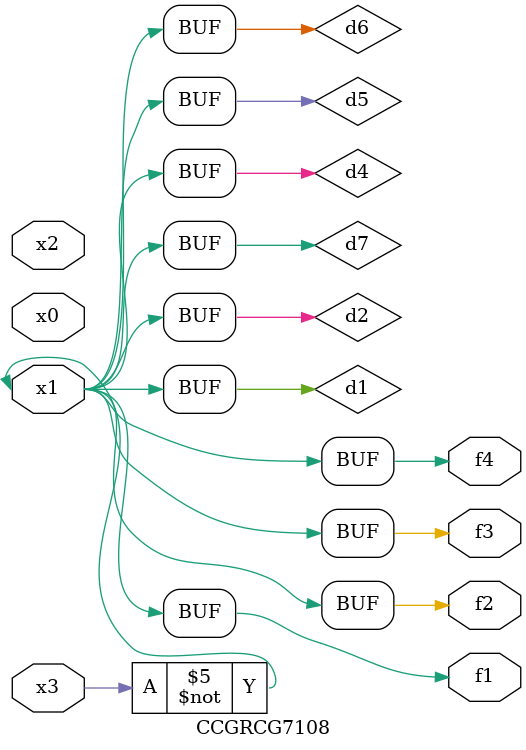
<source format=v>
module CCGRCG7108(
	input x0, x1, x2, x3,
	output f1, f2, f3, f4
);

	wire d1, d2, d3, d4, d5, d6, d7;

	not (d1, x3);
	buf (d2, x1);
	xnor (d3, d1, d2);
	nor (d4, d1);
	buf (d5, d1, d2);
	buf (d6, d4, d5);
	nand (d7, d4);
	assign f1 = d6;
	assign f2 = d7;
	assign f3 = d6;
	assign f4 = d6;
endmodule

</source>
